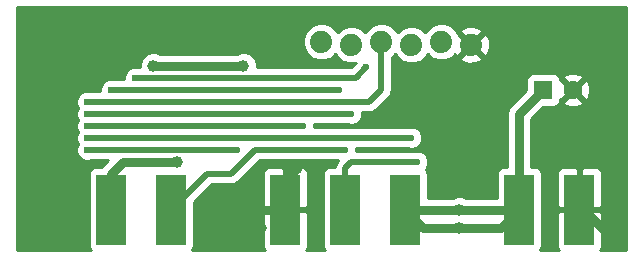
<source format=gbl>
G04 #@! TF.FileFunction,Copper,L2,Bot,Signal*
%FSLAX46Y46*%
G04 Gerber Fmt 4.6, Leading zero omitted, Abs format (unit mm)*
G04 Created by KiCad (PCBNEW 4.0.7) date 10/21/18 23:31:01*
%MOMM*%
%LPD*%
G01*
G04 APERTURE LIST*
%ADD10C,0.100000*%
%ADD11C,1.879600*%
%ADD12R,1.600000X1.600000*%
%ADD13C,1.600000*%
%ADD14R,2.540000X5.999480*%
%ADD15C,0.600000*%
%ADD16C,1.000000*%
%ADD17C,0.500000*%
%ADD18C,0.750000*%
%ADD19C,0.254000*%
G04 APERTURE END LIST*
D10*
D11*
X83502500Y-103632000D03*
X86042500Y-103886000D03*
X88582500Y-103632000D03*
X91122500Y-103886000D03*
X93662500Y-103632000D03*
X96202500Y-103886000D03*
D12*
X102298500Y-107696000D03*
D13*
X104798500Y-107696000D03*
D14*
X70802500Y-117856000D03*
X65722500Y-117856000D03*
X100266500Y-117856000D03*
X105346500Y-117856000D03*
X90614500Y-117856000D03*
X85534500Y-117856000D03*
X80454500Y-117856000D03*
D15*
X85534500Y-112776000D03*
D16*
X71310500Y-113792000D03*
X69278500Y-105664000D03*
X76898500Y-105664000D03*
X95186500Y-119380000D03*
X95186500Y-117856000D03*
X108242100Y-120396000D03*
X108242100Y-118770400D03*
X108242100Y-117297200D03*
X108242100Y-115773200D03*
X108242100Y-114350800D03*
X75780900Y-103936800D03*
X75780900Y-101803200D03*
X78422500Y-119380000D03*
X76390500Y-120142000D03*
X75120500Y-120142000D03*
X75120500Y-118872000D03*
X76390500Y-118872000D03*
X81470500Y-114300000D03*
D15*
X91630500Y-113792000D03*
X91122500Y-111760000D03*
X63690500Y-111760000D03*
X65722500Y-107696000D03*
X85026500Y-107696000D03*
X86042500Y-109728000D03*
X63690500Y-109728000D03*
X63690500Y-108712000D03*
X81978500Y-110744000D03*
X63690500Y-110744000D03*
X76390500Y-112776000D03*
X63690500Y-112776000D03*
X87312500Y-105791000D03*
X67754500Y-106680000D03*
X76898500Y-106680000D03*
D17*
X74358500Y-114808000D02*
X73850500Y-114808000D01*
X73850500Y-114808000D02*
X70802500Y-117856000D01*
X85534500Y-112776000D02*
X77914500Y-112776000D01*
X77914500Y-112776000D02*
X75882500Y-114808000D01*
X75882500Y-114808000D02*
X74358500Y-114808000D01*
D18*
X65722500Y-117856000D02*
X65722500Y-114808000D01*
X65722500Y-114808000D02*
X66738500Y-113792000D01*
X66738500Y-113792000D02*
X71310500Y-113792000D01*
X69278500Y-105664000D02*
X76898500Y-105664000D01*
X95186500Y-119380000D02*
X92138500Y-119380000D01*
X92138500Y-119380000D02*
X90614500Y-117856000D01*
X95186500Y-117856000D02*
X90614500Y-117856000D01*
X102298500Y-107696000D02*
X100266500Y-109728000D01*
X100266500Y-109728000D02*
X100266500Y-117856000D01*
X95186500Y-117856000D02*
X100266500Y-117856000D01*
X95186500Y-119380000D02*
X98742500Y-119380000D01*
X98742500Y-119380000D02*
X100266500Y-117856000D01*
X105346500Y-117856000D02*
X105702100Y-117856000D01*
X105702100Y-117856000D02*
X108242100Y-120396000D01*
X108242100Y-118770400D02*
X108242100Y-117297200D01*
X108242100Y-115773200D02*
X108242100Y-114350800D01*
X75780900Y-101803200D02*
X75780900Y-103936800D01*
X80454500Y-117856000D02*
X76898500Y-117856000D01*
X77660500Y-120142000D02*
X78422500Y-119380000D01*
X76390500Y-120142000D02*
X77660500Y-120142000D01*
X75120500Y-118872000D02*
X75120500Y-120142000D01*
X76898500Y-118364000D02*
X76390500Y-118872000D01*
X76898500Y-117856000D02*
X76898500Y-118364000D01*
X81470500Y-114300000D02*
X80454500Y-115316000D01*
X80454500Y-115316000D02*
X80454500Y-117856000D01*
X81470500Y-114300000D02*
X79946500Y-115824000D01*
X79946500Y-115824000D02*
X79946500Y-117602000D01*
D17*
X85534500Y-117856000D02*
X85534500Y-114300000D01*
X85534500Y-114300000D02*
X86042500Y-113792000D01*
X91630500Y-113792000D02*
X86042500Y-113792000D01*
X89090500Y-111760000D02*
X91122500Y-111760000D01*
X63690500Y-111760000D02*
X89090500Y-111760000D01*
X84010500Y-107696000D02*
X85026500Y-107696000D01*
X65722500Y-107696000D02*
X84010500Y-107696000D01*
X63690500Y-109728000D02*
X86042500Y-109728000D01*
X86550500Y-108712000D02*
X87566500Y-108712000D01*
X88582500Y-107696000D02*
X88582500Y-103632000D01*
X87566500Y-108712000D02*
X88582500Y-107696000D01*
X63690500Y-108712000D02*
X86550500Y-108712000D01*
X63690500Y-110744000D02*
X81978500Y-110744000D01*
X63690500Y-112776000D02*
X76390500Y-112776000D01*
X76898500Y-106680000D02*
X86423500Y-106680000D01*
X86423500Y-106680000D02*
X87312500Y-105791000D01*
X67754500Y-106680000D02*
X76898500Y-106680000D01*
D19*
G36*
X84908710Y-113674210D02*
X84716867Y-113961325D01*
X84716867Y-113961326D01*
X84667636Y-114208820D01*
X84264500Y-114208820D01*
X84029183Y-114253098D01*
X83813059Y-114392170D01*
X83668069Y-114604370D01*
X83617060Y-114856260D01*
X83617060Y-120855740D01*
X83661338Y-121091057D01*
X83789354Y-121290000D01*
X82188266Y-121290000D01*
X82262827Y-121215439D01*
X82359500Y-120982050D01*
X82359500Y-118141750D01*
X82200750Y-117983000D01*
X80581500Y-117983000D01*
X80581500Y-118003000D01*
X80327500Y-118003000D01*
X80327500Y-117983000D01*
X78708250Y-117983000D01*
X78549500Y-118141750D01*
X78549500Y-120982050D01*
X78646173Y-121215439D01*
X78720734Y-121290000D01*
X72544323Y-121290000D01*
X72668931Y-121107630D01*
X72719940Y-120855740D01*
X72719940Y-117190140D01*
X74217079Y-115693000D01*
X75882495Y-115693000D01*
X75882500Y-115693001D01*
X76164984Y-115636810D01*
X76221175Y-115625633D01*
X76508290Y-115433790D01*
X76508291Y-115433789D01*
X77212129Y-114729950D01*
X78549500Y-114729950D01*
X78549500Y-117570250D01*
X78708250Y-117729000D01*
X80327500Y-117729000D01*
X80327500Y-114380010D01*
X80581500Y-114380010D01*
X80581500Y-117729000D01*
X82200750Y-117729000D01*
X82359500Y-117570250D01*
X82359500Y-114729950D01*
X82262827Y-114496561D01*
X82084198Y-114317933D01*
X81850809Y-114221260D01*
X80740250Y-114221260D01*
X80581500Y-114380010D01*
X80327500Y-114380010D01*
X80168750Y-114221260D01*
X79058191Y-114221260D01*
X78824802Y-114317933D01*
X78646173Y-114496561D01*
X78549500Y-114729950D01*
X77212129Y-114729950D01*
X78281079Y-113661000D01*
X84921920Y-113661000D01*
X84908710Y-113674210D01*
X84908710Y-113674210D01*
G37*
X84908710Y-113674210D02*
X84716867Y-113961325D01*
X84716867Y-113961326D01*
X84667636Y-114208820D01*
X84264500Y-114208820D01*
X84029183Y-114253098D01*
X83813059Y-114392170D01*
X83668069Y-114604370D01*
X83617060Y-114856260D01*
X83617060Y-120855740D01*
X83661338Y-121091057D01*
X83789354Y-121290000D01*
X82188266Y-121290000D01*
X82262827Y-121215439D01*
X82359500Y-120982050D01*
X82359500Y-118141750D01*
X82200750Y-117983000D01*
X80581500Y-117983000D01*
X80581500Y-118003000D01*
X80327500Y-118003000D01*
X80327500Y-117983000D01*
X78708250Y-117983000D01*
X78549500Y-118141750D01*
X78549500Y-120982050D01*
X78646173Y-121215439D01*
X78720734Y-121290000D01*
X72544323Y-121290000D01*
X72668931Y-121107630D01*
X72719940Y-120855740D01*
X72719940Y-117190140D01*
X74217079Y-115693000D01*
X75882495Y-115693000D01*
X75882500Y-115693001D01*
X76164984Y-115636810D01*
X76221175Y-115625633D01*
X76508290Y-115433790D01*
X76508291Y-115433789D01*
X77212129Y-114729950D01*
X78549500Y-114729950D01*
X78549500Y-117570250D01*
X78708250Y-117729000D01*
X80327500Y-117729000D01*
X80327500Y-114380010D01*
X80581500Y-114380010D01*
X80581500Y-117729000D01*
X82200750Y-117729000D01*
X82359500Y-117570250D01*
X82359500Y-114729950D01*
X82262827Y-114496561D01*
X82084198Y-114317933D01*
X81850809Y-114221260D01*
X80740250Y-114221260D01*
X80581500Y-114380010D01*
X80327500Y-114380010D01*
X80168750Y-114221260D01*
X79058191Y-114221260D01*
X78824802Y-114317933D01*
X78646173Y-114496561D01*
X78549500Y-114729950D01*
X77212129Y-114729950D01*
X78281079Y-113661000D01*
X84921920Y-113661000D01*
X84908710Y-113674210D01*
G36*
X109290000Y-121290000D02*
X107080266Y-121290000D01*
X107154827Y-121215439D01*
X107251500Y-120982050D01*
X107251500Y-118141750D01*
X107092750Y-117983000D01*
X105473500Y-117983000D01*
X105473500Y-118003000D01*
X105219500Y-118003000D01*
X105219500Y-117983000D01*
X103600250Y-117983000D01*
X103441500Y-118141750D01*
X103441500Y-120982050D01*
X103538173Y-121215439D01*
X103612734Y-121290000D01*
X102008323Y-121290000D01*
X102132931Y-121107630D01*
X102183940Y-120855740D01*
X102183940Y-114856260D01*
X102160174Y-114729950D01*
X103441500Y-114729950D01*
X103441500Y-117570250D01*
X103600250Y-117729000D01*
X105219500Y-117729000D01*
X105219500Y-114380010D01*
X105473500Y-114380010D01*
X105473500Y-117729000D01*
X107092750Y-117729000D01*
X107251500Y-117570250D01*
X107251500Y-114729950D01*
X107154827Y-114496561D01*
X106976198Y-114317933D01*
X106742809Y-114221260D01*
X105632250Y-114221260D01*
X105473500Y-114380010D01*
X105219500Y-114380010D01*
X105060750Y-114221260D01*
X103950191Y-114221260D01*
X103716802Y-114317933D01*
X103538173Y-114496561D01*
X103441500Y-114729950D01*
X102160174Y-114729950D01*
X102139662Y-114620943D01*
X102000590Y-114404819D01*
X101788390Y-114259829D01*
X101536500Y-114208820D01*
X101276500Y-114208820D01*
X101276500Y-110146356D01*
X102279416Y-109143440D01*
X103098500Y-109143440D01*
X103333817Y-109099162D01*
X103549941Y-108960090D01*
X103694931Y-108747890D01*
X103703870Y-108703745D01*
X103970361Y-108703745D01*
X104044495Y-108949864D01*
X104581723Y-109142965D01*
X105151954Y-109115778D01*
X105552505Y-108949864D01*
X105626639Y-108703745D01*
X104798500Y-107875605D01*
X103970361Y-108703745D01*
X103703870Y-108703745D01*
X103743146Y-108509799D01*
X103790755Y-108524139D01*
X104618895Y-107696000D01*
X104978105Y-107696000D01*
X105806245Y-108524139D01*
X106052364Y-108450005D01*
X106245465Y-107912777D01*
X106218278Y-107342546D01*
X106052364Y-106941995D01*
X105806245Y-106867861D01*
X104978105Y-107696000D01*
X104618895Y-107696000D01*
X103790755Y-106867861D01*
X103743333Y-106882145D01*
X103706851Y-106688255D01*
X103970361Y-106688255D01*
X104798500Y-107516395D01*
X105626639Y-106688255D01*
X105552505Y-106442136D01*
X105015277Y-106249035D01*
X104445046Y-106276222D01*
X104044495Y-106442136D01*
X103970361Y-106688255D01*
X103706851Y-106688255D01*
X103701662Y-106660683D01*
X103562590Y-106444559D01*
X103350390Y-106299569D01*
X103098500Y-106248560D01*
X101498500Y-106248560D01*
X101263183Y-106292838D01*
X101047059Y-106431910D01*
X100902069Y-106644110D01*
X100851060Y-106896000D01*
X100851060Y-107715084D01*
X99552322Y-109013822D01*
X99333382Y-109341490D01*
X99256500Y-109728000D01*
X99256500Y-114208820D01*
X98996500Y-114208820D01*
X98761183Y-114253098D01*
X98545059Y-114392170D01*
X98400069Y-114604370D01*
X98349060Y-114856260D01*
X98349060Y-116846000D01*
X95713814Y-116846000D01*
X95413256Y-116721197D01*
X94961725Y-116720803D01*
X94658726Y-116846000D01*
X92531940Y-116846000D01*
X92531940Y-114856260D01*
X92487662Y-114620943D01*
X92348590Y-114404819D01*
X92343524Y-114401357D01*
X92422692Y-114322327D01*
X92565338Y-113978799D01*
X92565662Y-113606833D01*
X92423617Y-113263057D01*
X92160827Y-112999808D01*
X91817299Y-112857162D01*
X91445333Y-112856838D01*
X91323931Y-112907000D01*
X86469387Y-112907000D01*
X86469615Y-112645000D01*
X90815678Y-112645000D01*
X90935701Y-112694838D01*
X91307667Y-112695162D01*
X91651443Y-112553117D01*
X91914692Y-112290327D01*
X92057338Y-111946799D01*
X92057662Y-111574833D01*
X91915617Y-111231057D01*
X91652827Y-110967808D01*
X91309299Y-110825162D01*
X90937333Y-110824838D01*
X90815931Y-110875000D01*
X82913387Y-110875000D01*
X82913615Y-110613000D01*
X85735678Y-110613000D01*
X85855701Y-110662838D01*
X86227667Y-110663162D01*
X86571443Y-110521117D01*
X86834692Y-110258327D01*
X86977338Y-109914799D01*
X86977615Y-109597000D01*
X87566495Y-109597000D01*
X87566500Y-109597001D01*
X87848984Y-109540810D01*
X87905175Y-109529633D01*
X88192290Y-109337790D01*
X89208287Y-108321792D01*
X89208290Y-108321790D01*
X89400133Y-108034675D01*
X89428042Y-107894367D01*
X89467501Y-107696000D01*
X89467500Y-107695995D01*
X89467500Y-104970261D01*
X89473387Y-104967829D01*
X89751042Y-104690658D01*
X89786671Y-104776887D01*
X90229283Y-105220272D01*
X90807879Y-105460526D01*
X91434373Y-105461073D01*
X92013387Y-105221829D01*
X92456772Y-104779217D01*
X92493723Y-104690230D01*
X92769283Y-104966272D01*
X93347879Y-105206526D01*
X93974373Y-105207073D01*
X94487705Y-104994968D01*
X95273137Y-104994968D01*
X95364423Y-105255580D01*
X95952333Y-105472045D01*
X96578328Y-105447049D01*
X97040577Y-105255580D01*
X97131863Y-104994968D01*
X96202500Y-104065605D01*
X95273137Y-104994968D01*
X94487705Y-104994968D01*
X94553387Y-104967829D01*
X94822577Y-104699108D01*
X94832920Y-104724077D01*
X95093532Y-104815363D01*
X96022895Y-103886000D01*
X96382105Y-103886000D01*
X97311468Y-104815363D01*
X97572080Y-104724077D01*
X97788545Y-104136167D01*
X97763549Y-103510172D01*
X97572080Y-103047923D01*
X97311468Y-102956637D01*
X96382105Y-103886000D01*
X96022895Y-103886000D01*
X95093532Y-102956637D01*
X95088159Y-102958519D01*
X95013171Y-102777032D01*
X95273137Y-102777032D01*
X96202500Y-103706395D01*
X97131863Y-102777032D01*
X97040577Y-102516420D01*
X96452667Y-102299955D01*
X95826672Y-102324951D01*
X95364423Y-102516420D01*
X95273137Y-102777032D01*
X95013171Y-102777032D01*
X94998329Y-102741113D01*
X94555717Y-102297728D01*
X93977121Y-102057474D01*
X93350627Y-102056927D01*
X92771613Y-102296171D01*
X92328228Y-102738783D01*
X92291277Y-102827770D01*
X92015717Y-102551728D01*
X91437121Y-102311474D01*
X90810627Y-102310927D01*
X90231613Y-102550171D01*
X89953958Y-102827342D01*
X89918329Y-102741113D01*
X89475717Y-102297728D01*
X88897121Y-102057474D01*
X88270627Y-102056927D01*
X87691613Y-102296171D01*
X87248228Y-102738783D01*
X87211277Y-102827770D01*
X86935717Y-102551728D01*
X86357121Y-102311474D01*
X85730627Y-102310927D01*
X85151613Y-102550171D01*
X84873958Y-102827342D01*
X84838329Y-102741113D01*
X84395717Y-102297728D01*
X83817121Y-102057474D01*
X83190627Y-102056927D01*
X82611613Y-102296171D01*
X82168228Y-102738783D01*
X81927974Y-103317379D01*
X81927427Y-103943873D01*
X82166671Y-104522887D01*
X82609283Y-104966272D01*
X83187879Y-105206526D01*
X83814373Y-105207073D01*
X84393387Y-104967829D01*
X84671042Y-104690658D01*
X84706671Y-104776887D01*
X85149283Y-105220272D01*
X85727879Y-105460526D01*
X86354373Y-105461073D01*
X86416531Y-105435390D01*
X86056920Y-105795000D01*
X78033387Y-105795000D01*
X78033697Y-105439225D01*
X77861267Y-105021914D01*
X77542265Y-104702355D01*
X77125256Y-104529197D01*
X76673725Y-104528803D01*
X76370726Y-104654000D01*
X69805814Y-104654000D01*
X69505256Y-104529197D01*
X69053725Y-104528803D01*
X68636414Y-104701233D01*
X68316855Y-105020235D01*
X68143697Y-105437244D01*
X68143385Y-105795000D01*
X68061322Y-105795000D01*
X67941299Y-105745162D01*
X67569333Y-105744838D01*
X67225557Y-105886883D01*
X66962308Y-106149673D01*
X66819662Y-106493201D01*
X66819385Y-106811000D01*
X66029322Y-106811000D01*
X65909299Y-106761162D01*
X65537333Y-106760838D01*
X65193557Y-106902883D01*
X64930308Y-107165673D01*
X64787662Y-107509201D01*
X64787385Y-107827000D01*
X63997322Y-107827000D01*
X63877299Y-107777162D01*
X63505333Y-107776838D01*
X63161557Y-107918883D01*
X62898308Y-108181673D01*
X62755662Y-108525201D01*
X62755338Y-108897167D01*
X62888883Y-109220371D01*
X62755662Y-109541201D01*
X62755338Y-109913167D01*
X62888883Y-110236371D01*
X62755662Y-110557201D01*
X62755338Y-110929167D01*
X62888883Y-111252371D01*
X62755662Y-111573201D01*
X62755338Y-111945167D01*
X62888883Y-112268371D01*
X62755662Y-112589201D01*
X62755338Y-112961167D01*
X62897383Y-113304943D01*
X63160173Y-113568192D01*
X63503701Y-113710838D01*
X63875667Y-113711162D01*
X63997069Y-113661000D01*
X65441144Y-113661000D01*
X65008322Y-114093822D01*
X64931483Y-114208820D01*
X64452500Y-114208820D01*
X64217183Y-114253098D01*
X64001059Y-114392170D01*
X63856069Y-114604370D01*
X63805060Y-114856260D01*
X63805060Y-120855740D01*
X63849338Y-121091057D01*
X63977354Y-121290000D01*
X57721500Y-121290000D01*
X57721500Y-100710000D01*
X109290000Y-100710000D01*
X109290000Y-121290000D01*
X109290000Y-121290000D01*
G37*
X109290000Y-121290000D02*
X107080266Y-121290000D01*
X107154827Y-121215439D01*
X107251500Y-120982050D01*
X107251500Y-118141750D01*
X107092750Y-117983000D01*
X105473500Y-117983000D01*
X105473500Y-118003000D01*
X105219500Y-118003000D01*
X105219500Y-117983000D01*
X103600250Y-117983000D01*
X103441500Y-118141750D01*
X103441500Y-120982050D01*
X103538173Y-121215439D01*
X103612734Y-121290000D01*
X102008323Y-121290000D01*
X102132931Y-121107630D01*
X102183940Y-120855740D01*
X102183940Y-114856260D01*
X102160174Y-114729950D01*
X103441500Y-114729950D01*
X103441500Y-117570250D01*
X103600250Y-117729000D01*
X105219500Y-117729000D01*
X105219500Y-114380010D01*
X105473500Y-114380010D01*
X105473500Y-117729000D01*
X107092750Y-117729000D01*
X107251500Y-117570250D01*
X107251500Y-114729950D01*
X107154827Y-114496561D01*
X106976198Y-114317933D01*
X106742809Y-114221260D01*
X105632250Y-114221260D01*
X105473500Y-114380010D01*
X105219500Y-114380010D01*
X105060750Y-114221260D01*
X103950191Y-114221260D01*
X103716802Y-114317933D01*
X103538173Y-114496561D01*
X103441500Y-114729950D01*
X102160174Y-114729950D01*
X102139662Y-114620943D01*
X102000590Y-114404819D01*
X101788390Y-114259829D01*
X101536500Y-114208820D01*
X101276500Y-114208820D01*
X101276500Y-110146356D01*
X102279416Y-109143440D01*
X103098500Y-109143440D01*
X103333817Y-109099162D01*
X103549941Y-108960090D01*
X103694931Y-108747890D01*
X103703870Y-108703745D01*
X103970361Y-108703745D01*
X104044495Y-108949864D01*
X104581723Y-109142965D01*
X105151954Y-109115778D01*
X105552505Y-108949864D01*
X105626639Y-108703745D01*
X104798500Y-107875605D01*
X103970361Y-108703745D01*
X103703870Y-108703745D01*
X103743146Y-108509799D01*
X103790755Y-108524139D01*
X104618895Y-107696000D01*
X104978105Y-107696000D01*
X105806245Y-108524139D01*
X106052364Y-108450005D01*
X106245465Y-107912777D01*
X106218278Y-107342546D01*
X106052364Y-106941995D01*
X105806245Y-106867861D01*
X104978105Y-107696000D01*
X104618895Y-107696000D01*
X103790755Y-106867861D01*
X103743333Y-106882145D01*
X103706851Y-106688255D01*
X103970361Y-106688255D01*
X104798500Y-107516395D01*
X105626639Y-106688255D01*
X105552505Y-106442136D01*
X105015277Y-106249035D01*
X104445046Y-106276222D01*
X104044495Y-106442136D01*
X103970361Y-106688255D01*
X103706851Y-106688255D01*
X103701662Y-106660683D01*
X103562590Y-106444559D01*
X103350390Y-106299569D01*
X103098500Y-106248560D01*
X101498500Y-106248560D01*
X101263183Y-106292838D01*
X101047059Y-106431910D01*
X100902069Y-106644110D01*
X100851060Y-106896000D01*
X100851060Y-107715084D01*
X99552322Y-109013822D01*
X99333382Y-109341490D01*
X99256500Y-109728000D01*
X99256500Y-114208820D01*
X98996500Y-114208820D01*
X98761183Y-114253098D01*
X98545059Y-114392170D01*
X98400069Y-114604370D01*
X98349060Y-114856260D01*
X98349060Y-116846000D01*
X95713814Y-116846000D01*
X95413256Y-116721197D01*
X94961725Y-116720803D01*
X94658726Y-116846000D01*
X92531940Y-116846000D01*
X92531940Y-114856260D01*
X92487662Y-114620943D01*
X92348590Y-114404819D01*
X92343524Y-114401357D01*
X92422692Y-114322327D01*
X92565338Y-113978799D01*
X92565662Y-113606833D01*
X92423617Y-113263057D01*
X92160827Y-112999808D01*
X91817299Y-112857162D01*
X91445333Y-112856838D01*
X91323931Y-112907000D01*
X86469387Y-112907000D01*
X86469615Y-112645000D01*
X90815678Y-112645000D01*
X90935701Y-112694838D01*
X91307667Y-112695162D01*
X91651443Y-112553117D01*
X91914692Y-112290327D01*
X92057338Y-111946799D01*
X92057662Y-111574833D01*
X91915617Y-111231057D01*
X91652827Y-110967808D01*
X91309299Y-110825162D01*
X90937333Y-110824838D01*
X90815931Y-110875000D01*
X82913387Y-110875000D01*
X82913615Y-110613000D01*
X85735678Y-110613000D01*
X85855701Y-110662838D01*
X86227667Y-110663162D01*
X86571443Y-110521117D01*
X86834692Y-110258327D01*
X86977338Y-109914799D01*
X86977615Y-109597000D01*
X87566495Y-109597000D01*
X87566500Y-109597001D01*
X87848984Y-109540810D01*
X87905175Y-109529633D01*
X88192290Y-109337790D01*
X89208287Y-108321792D01*
X89208290Y-108321790D01*
X89400133Y-108034675D01*
X89428042Y-107894367D01*
X89467501Y-107696000D01*
X89467500Y-107695995D01*
X89467500Y-104970261D01*
X89473387Y-104967829D01*
X89751042Y-104690658D01*
X89786671Y-104776887D01*
X90229283Y-105220272D01*
X90807879Y-105460526D01*
X91434373Y-105461073D01*
X92013387Y-105221829D01*
X92456772Y-104779217D01*
X92493723Y-104690230D01*
X92769283Y-104966272D01*
X93347879Y-105206526D01*
X93974373Y-105207073D01*
X94487705Y-104994968D01*
X95273137Y-104994968D01*
X95364423Y-105255580D01*
X95952333Y-105472045D01*
X96578328Y-105447049D01*
X97040577Y-105255580D01*
X97131863Y-104994968D01*
X96202500Y-104065605D01*
X95273137Y-104994968D01*
X94487705Y-104994968D01*
X94553387Y-104967829D01*
X94822577Y-104699108D01*
X94832920Y-104724077D01*
X95093532Y-104815363D01*
X96022895Y-103886000D01*
X96382105Y-103886000D01*
X97311468Y-104815363D01*
X97572080Y-104724077D01*
X97788545Y-104136167D01*
X97763549Y-103510172D01*
X97572080Y-103047923D01*
X97311468Y-102956637D01*
X96382105Y-103886000D01*
X96022895Y-103886000D01*
X95093532Y-102956637D01*
X95088159Y-102958519D01*
X95013171Y-102777032D01*
X95273137Y-102777032D01*
X96202500Y-103706395D01*
X97131863Y-102777032D01*
X97040577Y-102516420D01*
X96452667Y-102299955D01*
X95826672Y-102324951D01*
X95364423Y-102516420D01*
X95273137Y-102777032D01*
X95013171Y-102777032D01*
X94998329Y-102741113D01*
X94555717Y-102297728D01*
X93977121Y-102057474D01*
X93350627Y-102056927D01*
X92771613Y-102296171D01*
X92328228Y-102738783D01*
X92291277Y-102827770D01*
X92015717Y-102551728D01*
X91437121Y-102311474D01*
X90810627Y-102310927D01*
X90231613Y-102550171D01*
X89953958Y-102827342D01*
X89918329Y-102741113D01*
X89475717Y-102297728D01*
X88897121Y-102057474D01*
X88270627Y-102056927D01*
X87691613Y-102296171D01*
X87248228Y-102738783D01*
X87211277Y-102827770D01*
X86935717Y-102551728D01*
X86357121Y-102311474D01*
X85730627Y-102310927D01*
X85151613Y-102550171D01*
X84873958Y-102827342D01*
X84838329Y-102741113D01*
X84395717Y-102297728D01*
X83817121Y-102057474D01*
X83190627Y-102056927D01*
X82611613Y-102296171D01*
X82168228Y-102738783D01*
X81927974Y-103317379D01*
X81927427Y-103943873D01*
X82166671Y-104522887D01*
X82609283Y-104966272D01*
X83187879Y-105206526D01*
X83814373Y-105207073D01*
X84393387Y-104967829D01*
X84671042Y-104690658D01*
X84706671Y-104776887D01*
X85149283Y-105220272D01*
X85727879Y-105460526D01*
X86354373Y-105461073D01*
X86416531Y-105435390D01*
X86056920Y-105795000D01*
X78033387Y-105795000D01*
X78033697Y-105439225D01*
X77861267Y-105021914D01*
X77542265Y-104702355D01*
X77125256Y-104529197D01*
X76673725Y-104528803D01*
X76370726Y-104654000D01*
X69805814Y-104654000D01*
X69505256Y-104529197D01*
X69053725Y-104528803D01*
X68636414Y-104701233D01*
X68316855Y-105020235D01*
X68143697Y-105437244D01*
X68143385Y-105795000D01*
X68061322Y-105795000D01*
X67941299Y-105745162D01*
X67569333Y-105744838D01*
X67225557Y-105886883D01*
X66962308Y-106149673D01*
X66819662Y-106493201D01*
X66819385Y-106811000D01*
X66029322Y-106811000D01*
X65909299Y-106761162D01*
X65537333Y-106760838D01*
X65193557Y-106902883D01*
X64930308Y-107165673D01*
X64787662Y-107509201D01*
X64787385Y-107827000D01*
X63997322Y-107827000D01*
X63877299Y-107777162D01*
X63505333Y-107776838D01*
X63161557Y-107918883D01*
X62898308Y-108181673D01*
X62755662Y-108525201D01*
X62755338Y-108897167D01*
X62888883Y-109220371D01*
X62755662Y-109541201D01*
X62755338Y-109913167D01*
X62888883Y-110236371D01*
X62755662Y-110557201D01*
X62755338Y-110929167D01*
X62888883Y-111252371D01*
X62755662Y-111573201D01*
X62755338Y-111945167D01*
X62888883Y-112268371D01*
X62755662Y-112589201D01*
X62755338Y-112961167D01*
X62897383Y-113304943D01*
X63160173Y-113568192D01*
X63503701Y-113710838D01*
X63875667Y-113711162D01*
X63997069Y-113661000D01*
X65441144Y-113661000D01*
X65008322Y-114093822D01*
X64931483Y-114208820D01*
X64452500Y-114208820D01*
X64217183Y-114253098D01*
X64001059Y-114392170D01*
X63856069Y-114604370D01*
X63805060Y-114856260D01*
X63805060Y-120855740D01*
X63849338Y-121091057D01*
X63977354Y-121290000D01*
X57721500Y-121290000D01*
X57721500Y-100710000D01*
X109290000Y-100710000D01*
X109290000Y-121290000D01*
M02*

</source>
